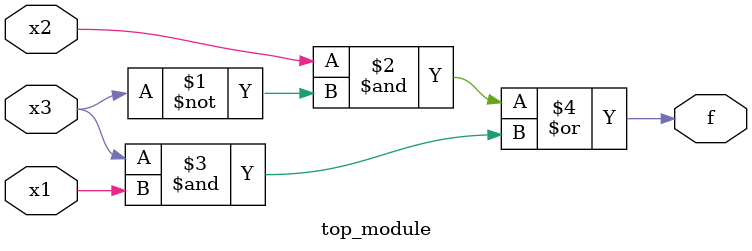
<source format=sv>
module top_module (
    input x3,
    input x2,
    input x1,
    output f
);

    // Implementing the truth table using combinational logic
    assign f = (x2 & ~x3) | (x3 & x1);

endmodule

</source>
